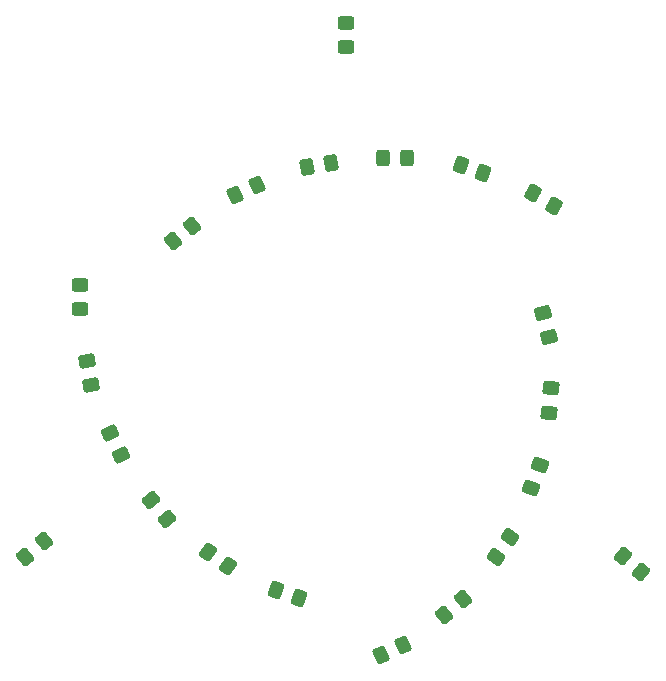
<source format=gtp>
%TF.GenerationSoftware,KiCad,Pcbnew,(6.0.5)*%
%TF.CreationDate,2022-11-29T16:25:59+01:00*%
%TF.ProjectId,sublink,7375626c-696e-46b2-9e6b-696361645f70,rev?*%
%TF.SameCoordinates,Original*%
%TF.FileFunction,Paste,Top*%
%TF.FilePolarity,Positive*%
%FSLAX46Y46*%
G04 Gerber Fmt 4.6, Leading zero omitted, Abs format (unit mm)*
G04 Created by KiCad (PCBNEW (6.0.5)) date 2022-11-29 16:25:59*
%MOMM*%
%LPD*%
G01*
G04 APERTURE LIST*
G04 Aperture macros list*
%AMRoundRect*
0 Rectangle with rounded corners*
0 $1 Rounding radius*
0 $2 $3 $4 $5 $6 $7 $8 $9 X,Y pos of 4 corners*
0 Add a 4 corners polygon primitive as box body*
4,1,4,$2,$3,$4,$5,$6,$7,$8,$9,$2,$3,0*
0 Add four circle primitives for the rounded corners*
1,1,$1+$1,$2,$3*
1,1,$1+$1,$4,$5*
1,1,$1+$1,$6,$7*
1,1,$1+$1,$8,$9*
0 Add four rect primitives between the rounded corners*
20,1,$1+$1,$2,$3,$4,$5,0*
20,1,$1+$1,$4,$5,$6,$7,0*
20,1,$1+$1,$6,$7,$8,$9,0*
20,1,$1+$1,$8,$9,$2,$3,0*%
G04 Aperture macros list end*
%ADD10RoundRect,0.250000X0.450000X-0.325000X0.450000X0.325000X-0.450000X0.325000X-0.450000X-0.325000X0*%
%ADD11RoundRect,0.250000X0.182206X-0.524334X0.555031X0.008115X-0.182206X0.524334X-0.555031X-0.008115X0*%
%ADD12RoundRect,0.250000X0.506458X0.227211X-0.056458X0.552211X-0.506458X-0.227211X0.056458X-0.552211X0*%
%ADD13RoundRect,0.250000X-0.040290X0.553626X-0.538219X0.135814X0.040290X-0.553626X0.538219X-0.135814X0*%
%ADD14RoundRect,0.250000X-0.524334X-0.182206X0.008115X-0.555031X0.524334X0.182206X-0.008115X0.555031X0*%
%ADD15RoundRect,0.250000X0.518783X-0.197457X0.350550X0.430394X-0.518783X0.197457X-0.350550X-0.430394X0*%
%ADD16RoundRect,0.250000X-0.450000X0.325000X-0.450000X-0.325000X0.450000X-0.325000X0.450000X0.325000X0*%
%ADD17RoundRect,0.250000X0.241921X0.499599X-0.398204X0.386728X-0.241921X-0.499599X0.398204X-0.386728X0*%
%ADD18RoundRect,0.250000X0.325000X0.450000X-0.325000X0.450000X-0.325000X-0.450000X0.325000X-0.450000X0*%
%ADD19RoundRect,0.250000X0.311705X-0.459309X0.534018X0.151491X-0.311705X0.459309X-0.534018X-0.151491X0*%
%ADD20RoundRect,0.250000X0.104372X0.545189X-0.484728X0.270488X-0.104372X-0.545189X0.484728X-0.270488X0*%
%ADD21RoundRect,0.250000X-0.459309X-0.311705X0.151491X-0.534018X0.459309X0.311705X-0.151491X0.534018X0*%
%ADD22RoundRect,0.250000X-0.545189X0.104372X-0.270488X-0.484728X0.545189X-0.104372X0.270488X0.484728X0*%
%ADD23RoundRect,0.250000X0.419962X-0.362983X0.476613X0.284543X-0.419962X0.362983X-0.476613X-0.284543X0*%
%ADD24RoundRect,0.250000X-0.104372X-0.545189X0.484728X-0.270488X0.104372X0.545189X-0.484728X0.270488X0*%
%ADD25RoundRect,0.250000X-0.538219X-0.135814X-0.040290X-0.553626X0.538219X0.135814X0.040290X0.553626X0*%
%ADD26RoundRect,0.250000X0.040290X-0.553626X0.538219X-0.135814X-0.040290X0.553626X-0.538219X0.135814X0*%
%ADD27RoundRect,0.250000X-0.553626X-0.040290X-0.135814X-0.538219X0.553626X0.040290X0.135814X0.538219X0*%
%ADD28RoundRect,0.250000X0.459309X0.311705X-0.151491X0.534018X-0.459309X-0.311705X0.151491X-0.534018X0*%
%ADD29RoundRect,0.250000X-0.499599X0.241921X-0.386728X-0.398204X0.499599X-0.241921X0.386728X0.398204X0*%
G04 APERTURE END LIST*
D10*
X174214844Y-71308909D03*
X174214844Y-69258909D03*
D11*
X186852157Y-114435701D03*
X188027989Y-112756439D03*
D12*
X191777401Y-84695990D03*
X190002049Y-83670990D03*
D13*
X161109175Y-86399553D03*
X159538783Y-87717267D03*
D14*
X162496279Y-114012794D03*
X164175541Y-115188626D03*
D15*
X191381529Y-95794236D03*
X190850949Y-93814088D03*
D16*
X151659523Y-91409023D03*
X151659523Y-93459023D03*
D17*
X172869396Y-81052817D03*
X170850540Y-81408795D03*
D18*
X179360233Y-80664294D03*
X177310233Y-80664294D03*
D19*
X189880157Y-108593332D03*
X190581299Y-106666962D03*
D20*
X166652355Y-82940615D03*
X164794425Y-83806983D03*
D21*
X168256460Y-117248748D03*
X170182830Y-117949890D03*
D22*
X154225987Y-103991135D03*
X155092355Y-105849065D03*
D23*
X191385462Y-102218340D03*
X191564132Y-100176140D03*
D24*
X177138072Y-122779465D03*
X178996002Y-121913097D03*
D25*
X197622954Y-114386799D03*
X199193346Y-115704513D03*
D26*
X182482014Y-119337959D03*
X184052406Y-118020245D03*
D27*
X157693641Y-109633934D03*
X159011355Y-111204326D03*
D13*
X148587965Y-113092423D03*
X147017573Y-114410137D03*
D28*
X185804798Y-81951360D03*
X183878428Y-81250218D03*
D29*
X152247286Y-97882429D03*
X152603264Y-99901285D03*
M02*

</source>
